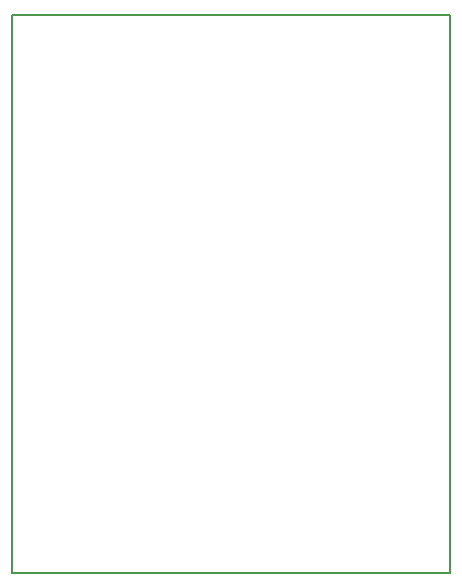
<source format=gm1>
G04 #@! TF.FileFunction,Profile,NP*
%FSLAX46Y46*%
G04 Gerber Fmt 4.6, Leading zero omitted, Abs format (unit mm)*
G04 Created by KiCad (PCBNEW 4.0.6-e0-6349~53~ubuntu16.04.1) date Mon Jun 26 21:18:09 2017*
%MOMM*%
%LPD*%
G01*
G04 APERTURE LIST*
%ADD10C,0.200000*%
%ADD11C,0.150000*%
G04 APERTURE END LIST*
D10*
D11*
X122174000Y-57404000D02*
X159258000Y-57404000D01*
X122174000Y-104648000D02*
X122174000Y-57404000D01*
X123190000Y-104648000D02*
X122174000Y-104648000D01*
X159258000Y-104648000D02*
X123190000Y-104648000D01*
X159258000Y-57404000D02*
X159258000Y-104648000D01*
M02*

</source>
